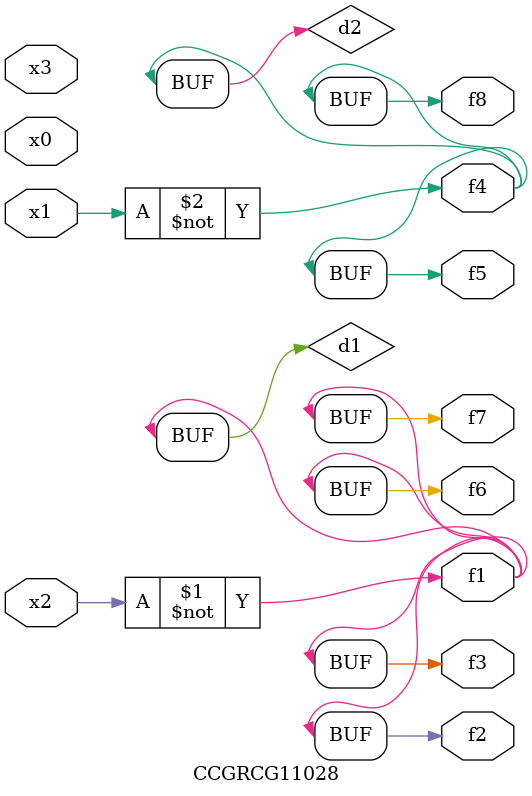
<source format=v>
module CCGRCG11028(
	input x0, x1, x2, x3,
	output f1, f2, f3, f4, f5, f6, f7, f8
);

	wire d1, d2;

	xnor (d1, x2);
	not (d2, x1);
	assign f1 = d1;
	assign f2 = d1;
	assign f3 = d1;
	assign f4 = d2;
	assign f5 = d2;
	assign f6 = d1;
	assign f7 = d1;
	assign f8 = d2;
endmodule

</source>
